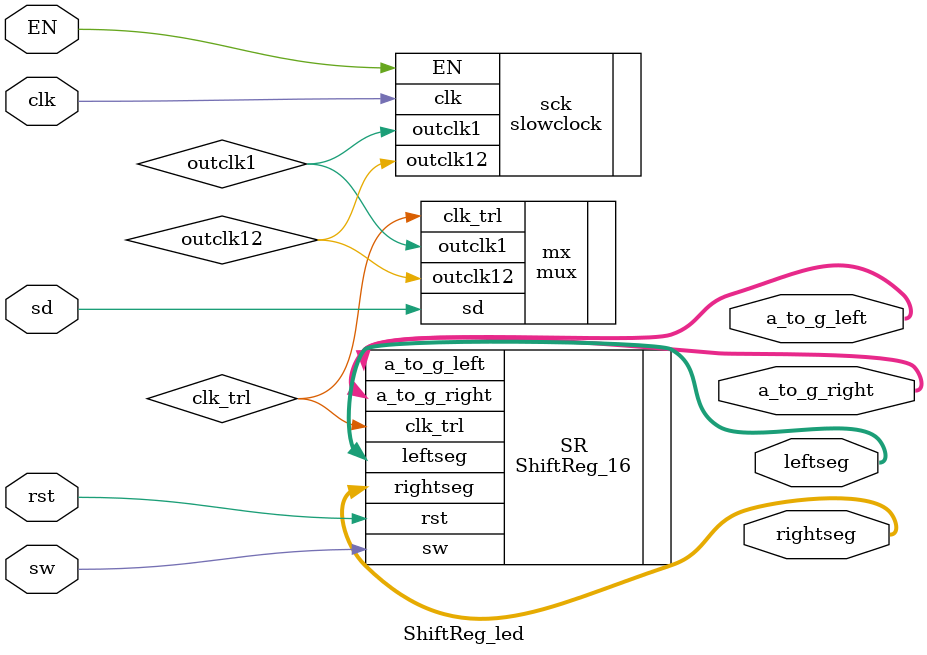
<source format=v>
`timescale 1ns / 1ps


module ShiftReg_led(
input clk,rst,sd,sw,EN,
output wire [7:0]a_to_g_left,a_to_g_right,
output wire [3:0]leftseg,rightseg
    );
    wire outclk1,outclk12,clk_trl;
    slowclock sck(.EN(EN),.clk(clk),.outclk1(outclk1),.outclk12(outclk12));
    mux mx(.outclk1(outclk1),.outclk12(outclk12),.sd(sd),.clk_trl(clk_trl));
    ShiftReg_16 SR(.clk_trl(clk_trl),.rst(rst),.sw(sw),.a_to_g_left(a_to_g_left),
    .a_to_g_right(a_to_g_right),.leftseg(leftseg),.rightseg(rightseg));
endmodule

</source>
